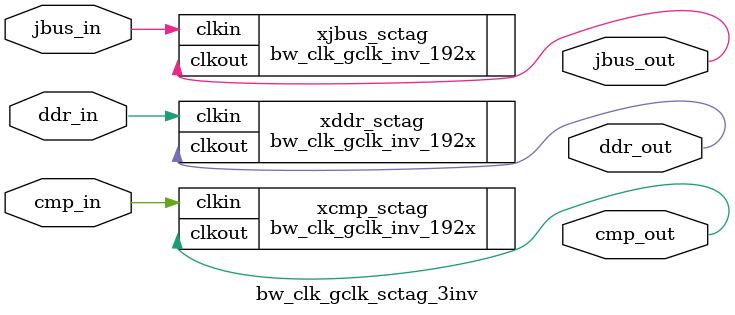
<source format=v>
module bw_clk_gclk_sctag_3inv(jbus_out ,ddr_out ,cmp_out ,jbus_in ,
     ddr_in ,cmp_in );
output		jbus_out ;
output		ddr_out ;
output		cmp_out ;
input		jbus_in ;
input		ddr_in ;
input		cmp_in ;
 
 
 
bw_clk_gclk_inv_192x xcmp_sctag (
     .clkout          (cmp_out ),
     .clkin           (cmp_in ) );
bw_clk_gclk_inv_192x xddr_sctag (
     .clkout          (ddr_out ),
     .clkin           (ddr_in ) );
bw_clk_gclk_inv_192x xjbus_sctag (
     .clkout          (jbus_out ),
     .clkin           (jbus_in ) );
endmodule


</source>
